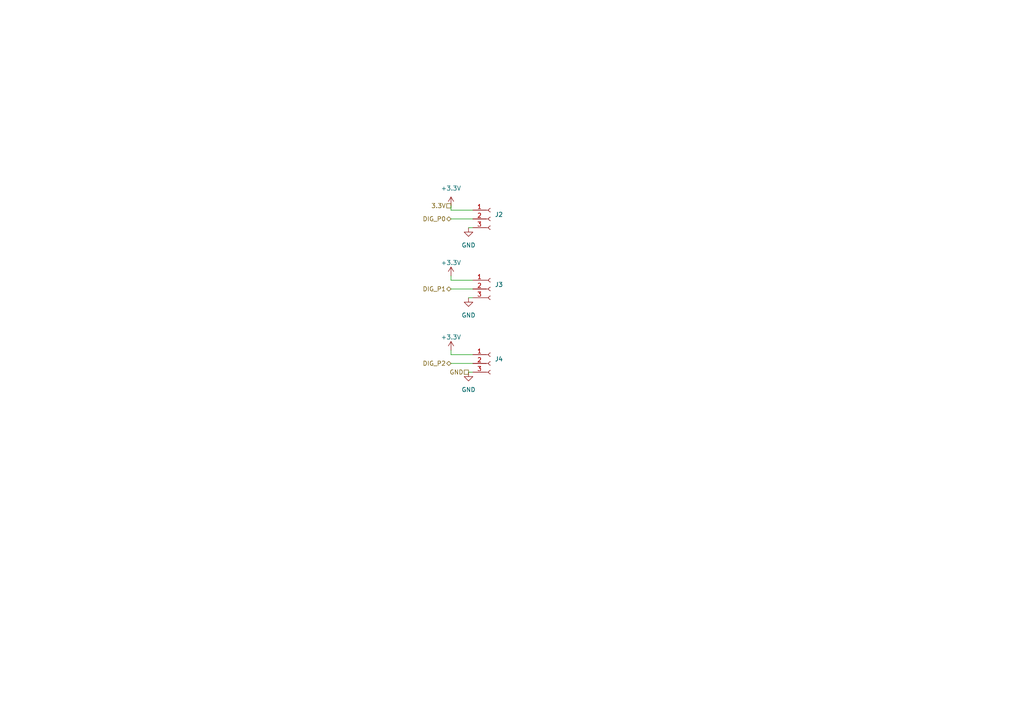
<source format=kicad_sch>
(kicad_sch (version 20230121) (generator eeschema)
  (paper "A4")
  (title_block (title "ConnectorX") (date "2023-11-14") (rev "2") (company "Evan Rust"))
  (lib_symbols
    (symbol "Connector:Conn_01x03_Socket" (pin_names (offset 1.016) hide)
      (property "Reference" "J" (at 0 5.08 0))
      (property "Value" "Conn_01x03_Socket" (at 0 -5.08 0))
      (symbol "Conn_01x03_Socket_1_1"
        (arc (start 0 -2.032) (mid -0.5058 -2.54) (end 0 -3.048) (stroke (width 0.1524)))
        (polyline (pts (xy -1.27 -2.54) (xy -0.508 -2.54)) (stroke (width 0.1524)))
        (polyline (pts (xy -1.27 0) (xy -0.508 0)) (stroke (width 0.1524)))
        (polyline (pts (xy -1.27 2.54) (xy -0.508 2.54)) (stroke (width 0.1524)))
        (arc (start 0 0.508) (mid -0.5058 0) (end 0 -0.508) (stroke (width 0.1524)))
        (arc (start 0 3.048) (mid -0.5058 2.54) (end 0 2.032) (stroke (width 0.1524)))
        (pin passive line (at -5.08 2.54 0) (length 3.81) (name "Pin_1") (number "1"))
        (pin passive line (at -5.08 0 0) (length 3.81) (name "Pin_2") (number "2"))
        (pin passive line (at -5.08 -2.54 0) (length 3.81) (name "Pin_3") (number "3"))
      )
    )
    (symbol "power:+3.3V" (power) (pin_names (offset 0))
      (property "Value" "+3.3V" (at 0 3.556 0))
      (symbol "+3.3V_0_1"
        (polyline (pts (xy -0.762 1.27) (xy 0 2.54)))
        (polyline (pts (xy 0 0) (xy 0 2.54)))
        (polyline (pts (xy 0 2.54) (xy 0.762 1.27)))
      )
      (symbol "+3.3V_1_1"
        (pin power_in line (at 0 0 90) (length 0) hide (name "+3.3V") (number "1"))
      )
    )
    (symbol "power:GND" (power) (pin_names (offset 0))
      (property "Value" "GND" (at 0 -3.81 0))
      (symbol "GND_0_1"
        (polyline (pts (xy 0 0) (xy 0 -1.27) (xy 1.27 -1.27) (xy 0 -2.54) (xy -1.27 -1.27) (xy 0 -1.27)))
      )
      (symbol "GND_1_1"
        (pin power_in line (at 0 0 270) (length 0) hide (name "GND") (number "1"))
      )
    )
  )
  (wire (pts (xy 135.89 107.95) (xy 137.16 107.95)))
  (wire (pts (xy 130.81 105.41) (xy 137.16 105.41)))
  (wire (pts (xy 130.81 60.96) (xy 137.16 60.96)))
  (wire (pts (xy 135.89 66.04) (xy 137.16 66.04)))
  (wire (pts (xy 130.81 59.69) (xy 130.81 60.96)))
  (wire (pts (xy 130.81 83.82) (xy 137.16 83.82)))
  (wire (pts (xy 130.81 101.6) (xy 130.81 102.87)))
  (wire (pts (xy 130.81 63.5) (xy 137.16 63.5)))
  (wire (pts (xy 130.81 102.87) (xy 137.16 102.87)))
  (wire (pts (xy 135.89 86.36) (xy 137.16 86.36)))
  (wire (pts (xy 130.81 81.28) (xy 137.16 81.28)))
  (wire (pts (xy 130.81 80.01) (xy 130.81 81.28)))
  (hierarchical_label "3.3V" (shape passive) (at 130.81 59.69 180))
  (hierarchical_label "DIG_P2" (shape tri_state) (at 130.81 105.41 180))
  (hierarchical_label "GND" (shape passive) (at 135.89 107.95 180))
  (hierarchical_label "DIG_P1" (shape tri_state) (at 130.81 83.82 180))
  (hierarchical_label "DIG_P0" (shape tri_state) (at 130.81 63.5 180))
  (symbol (lib_id "power:GND") (at 135.89 107.95 0) (unit 1)
    (property "Reference" "#PWR014" (effects hide))
    (property "Value" "GND" (at 135.89 113.03 0))
  )
  (symbol (lib_id "power:+3.3V") (at 130.81 80.01 0) (unit 1)
    (property "Reference" "#PWR010" (effects hide))
    (property "Value" "+3.3V" (at 130.81 76.2 0))
  )
  (symbol (lib_id "Connector:Conn_01x03_Socket") (at 142.24 105.41 0) (unit 1)
    (property "Reference" "J4" (at 143.51 104.14 0) (effects (justify left)))
    (property "Value" "Conn_01x03_Socket" (effects hide))
    (property "Footprint" "Connector_PinHeader_2.54mm:PinHeader_1x03_P2.54mm_Horizontal" (effects hide))
  )
  (symbol (lib_id "power:+3.3V") (at 130.81 101.6 0) (unit 1)
    (property "Reference" "#PWR011" (effects hide))
    (property "Value" "+3.3V" (at 130.81 97.79 0))
  )
  (symbol (lib_id "power:GND") (at 135.89 66.04 0) (unit 1)
    (property "Reference" "#PWR012" (effects hide))
    (property "Value" "GND" (at 135.89 71.12 0))
  )
  (symbol (lib_id "power:+3.3V") (at 130.81 59.69 0) (unit 1)
    (property "Reference" "#PWR09" (effects hide))
    (property "Value" "+3.3V" (at 130.81 54.61 0))
  )
  (symbol (lib_id "Connector:Conn_01x03_Socket") (at 142.24 83.82 0) (unit 1)
    (property "Reference" "J3" (at 143.51 82.55 0) (effects (justify left)))
    (property "Value" "Conn_01x03_Socket" (effects hide))
    (property "Footprint" "Connector_PinHeader_2.54mm:PinHeader_1x03_P2.54mm_Horizontal" (effects hide))
  )
  (symbol (lib_id "Connector:Conn_01x03_Socket") (at 142.24 63.5 0) (unit 1)
    (property "Reference" "J2" (at 143.51 62.23 0) (effects (justify left)))
    (property "Value" "Conn_01x03_Socket" (effects hide))
    (property "Footprint" "Connector_PinHeader_2.54mm:PinHeader_1x03_P2.54mm_Horizontal" (effects hide))
  )
  (symbol (lib_id "power:GND") (at 135.89 86.36 0) (unit 1)
    (property "Reference" "#PWR013" (effects hide))
    (property "Value" "GND" (at 135.89 91.44 0))
  )
)
</source>
